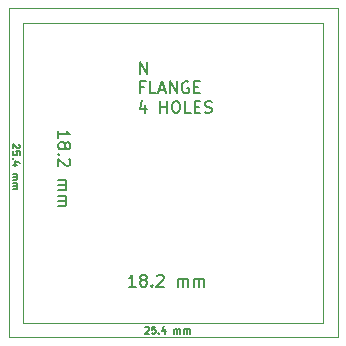
<source format=gbr>
G04 #@! TF.GenerationSoftware,KiCad,Pcbnew,5.1.5+dfsg1-2build2*
G04 #@! TF.CreationDate,2022-03-05T21:40:51-05:00*
G04 #@! TF.ProjectId,N_FLANGE_4_HOLES,4e5f464c-414e-4474-955f-345f484f4c45,rev?*
G04 #@! TF.SameCoordinates,Original*
G04 #@! TF.FileFunction,Legend,Top*
G04 #@! TF.FilePolarity,Positive*
%FSLAX46Y46*%
G04 Gerber Fmt 4.6, Leading zero omitted, Abs format (unit mm)*
G04 Created by KiCad (PCBNEW 5.1.5+dfsg1-2build2) date 2022-03-05 21:40:51*
%MOMM*%
%LPD*%
G04 APERTURE LIST*
%ADD10C,0.150000*%
%ADD11C,0.050000*%
%ADD12C,0.120000*%
G04 APERTURE END LIST*
D10*
X61138115Y-55576460D02*
X61138115Y-54576460D01*
X61709543Y-55576460D01*
X61709543Y-54576460D01*
X61471448Y-56702651D02*
X61138115Y-56702651D01*
X61138115Y-57226460D02*
X61138115Y-56226460D01*
X61614305Y-56226460D01*
X62471448Y-57226460D02*
X61995258Y-57226460D01*
X61995258Y-56226460D01*
X62757162Y-56940746D02*
X63233353Y-56940746D01*
X62661924Y-57226460D02*
X62995258Y-56226460D01*
X63328591Y-57226460D01*
X63661924Y-57226460D02*
X63661924Y-56226460D01*
X64233353Y-57226460D01*
X64233353Y-56226460D01*
X65233353Y-56274080D02*
X65138115Y-56226460D01*
X64995258Y-56226460D01*
X64852400Y-56274080D01*
X64757162Y-56369318D01*
X64709543Y-56464556D01*
X64661924Y-56655032D01*
X64661924Y-56797889D01*
X64709543Y-56988365D01*
X64757162Y-57083603D01*
X64852400Y-57178841D01*
X64995258Y-57226460D01*
X65090496Y-57226460D01*
X65233353Y-57178841D01*
X65280972Y-57131222D01*
X65280972Y-56797889D01*
X65090496Y-56797889D01*
X65709543Y-56702651D02*
X66042877Y-56702651D01*
X66185734Y-57226460D02*
X65709543Y-57226460D01*
X65709543Y-56226460D01*
X66185734Y-56226460D01*
X61566686Y-58209794D02*
X61566686Y-58876460D01*
X61328591Y-57828841D02*
X61090496Y-58543127D01*
X61709543Y-58543127D01*
X62852400Y-58876460D02*
X62852400Y-57876460D01*
X62852400Y-58352651D02*
X63423829Y-58352651D01*
X63423829Y-58876460D02*
X63423829Y-57876460D01*
X64090496Y-57876460D02*
X64280972Y-57876460D01*
X64376210Y-57924080D01*
X64471448Y-58019318D01*
X64519067Y-58209794D01*
X64519067Y-58543127D01*
X64471448Y-58733603D01*
X64376210Y-58828841D01*
X64280972Y-58876460D01*
X64090496Y-58876460D01*
X63995258Y-58828841D01*
X63900020Y-58733603D01*
X63852400Y-58543127D01*
X63852400Y-58209794D01*
X63900020Y-58019318D01*
X63995258Y-57924080D01*
X64090496Y-57876460D01*
X65423829Y-58876460D02*
X64947639Y-58876460D01*
X64947639Y-57876460D01*
X65757162Y-58352651D02*
X66090496Y-58352651D01*
X66233353Y-58876460D02*
X65757162Y-58876460D01*
X65757162Y-57876460D01*
X66233353Y-57876460D01*
X66614305Y-58828841D02*
X66757162Y-58876460D01*
X66995258Y-58876460D01*
X67090496Y-58828841D01*
X67138115Y-58781222D01*
X67185734Y-58685984D01*
X67185734Y-58590746D01*
X67138115Y-58495508D01*
X67090496Y-58447889D01*
X66995258Y-58400270D01*
X66804781Y-58352651D01*
X66709543Y-58305032D01*
X66661924Y-58257413D01*
X66614305Y-58162175D01*
X66614305Y-58066937D01*
X66661924Y-57971699D01*
X66709543Y-57924080D01*
X66804781Y-57876460D01*
X67042877Y-57876460D01*
X67185734Y-57924080D01*
X50888548Y-61555234D02*
X50917120Y-61583805D01*
X50945691Y-61640948D01*
X50945691Y-61783805D01*
X50917120Y-61840948D01*
X50888548Y-61869520D01*
X50831405Y-61898091D01*
X50774262Y-61898091D01*
X50688548Y-61869520D01*
X50345691Y-61526662D01*
X50345691Y-61898091D01*
X50945691Y-62440948D02*
X50945691Y-62155234D01*
X50659977Y-62126662D01*
X50688548Y-62155234D01*
X50717120Y-62212377D01*
X50717120Y-62355234D01*
X50688548Y-62412377D01*
X50659977Y-62440948D01*
X50602834Y-62469520D01*
X50459977Y-62469520D01*
X50402834Y-62440948D01*
X50374262Y-62412377D01*
X50345691Y-62355234D01*
X50345691Y-62212377D01*
X50374262Y-62155234D01*
X50402834Y-62126662D01*
X50402834Y-62726662D02*
X50374262Y-62755234D01*
X50345691Y-62726662D01*
X50374262Y-62698091D01*
X50402834Y-62726662D01*
X50345691Y-62726662D01*
X50745691Y-63269520D02*
X50345691Y-63269520D01*
X50974262Y-63126662D02*
X50545691Y-62983805D01*
X50545691Y-63355234D01*
X50345691Y-64040948D02*
X50745691Y-64040948D01*
X50688548Y-64040948D02*
X50717120Y-64069520D01*
X50745691Y-64126662D01*
X50745691Y-64212377D01*
X50717120Y-64269520D01*
X50659977Y-64298091D01*
X50345691Y-64298091D01*
X50659977Y-64298091D02*
X50717120Y-64326662D01*
X50745691Y-64383805D01*
X50745691Y-64469520D01*
X50717120Y-64526662D01*
X50659977Y-64555234D01*
X50345691Y-64555234D01*
X50345691Y-64840948D02*
X50745691Y-64840948D01*
X50688548Y-64840948D02*
X50717120Y-64869520D01*
X50745691Y-64926662D01*
X50745691Y-65012377D01*
X50717120Y-65069520D01*
X50659977Y-65098091D01*
X50345691Y-65098091D01*
X50659977Y-65098091D02*
X50717120Y-65126662D01*
X50745691Y-65183805D01*
X50745691Y-65269520D01*
X50717120Y-65326662D01*
X50659977Y-65355234D01*
X50345691Y-65355234D01*
X61550154Y-77046171D02*
X61578725Y-77017600D01*
X61635868Y-76989028D01*
X61778725Y-76989028D01*
X61835868Y-77017600D01*
X61864440Y-77046171D01*
X61893011Y-77103314D01*
X61893011Y-77160457D01*
X61864440Y-77246171D01*
X61521582Y-77589028D01*
X61893011Y-77589028D01*
X62435868Y-76989028D02*
X62150154Y-76989028D01*
X62121582Y-77274742D01*
X62150154Y-77246171D01*
X62207297Y-77217600D01*
X62350154Y-77217600D01*
X62407297Y-77246171D01*
X62435868Y-77274742D01*
X62464440Y-77331885D01*
X62464440Y-77474742D01*
X62435868Y-77531885D01*
X62407297Y-77560457D01*
X62350154Y-77589028D01*
X62207297Y-77589028D01*
X62150154Y-77560457D01*
X62121582Y-77531885D01*
X62721582Y-77531885D02*
X62750154Y-77560457D01*
X62721582Y-77589028D01*
X62693011Y-77560457D01*
X62721582Y-77531885D01*
X62721582Y-77589028D01*
X63264440Y-77189028D02*
X63264440Y-77589028D01*
X63121582Y-76960457D02*
X62978725Y-77389028D01*
X63350154Y-77389028D01*
X64035868Y-77589028D02*
X64035868Y-77189028D01*
X64035868Y-77246171D02*
X64064440Y-77217600D01*
X64121582Y-77189028D01*
X64207297Y-77189028D01*
X64264440Y-77217600D01*
X64293011Y-77274742D01*
X64293011Y-77589028D01*
X64293011Y-77274742D02*
X64321582Y-77217600D01*
X64378725Y-77189028D01*
X64464440Y-77189028D01*
X64521582Y-77217600D01*
X64550154Y-77274742D01*
X64550154Y-77589028D01*
X64835868Y-77589028D02*
X64835868Y-77189028D01*
X64835868Y-77246171D02*
X64864440Y-77217600D01*
X64921582Y-77189028D01*
X65007297Y-77189028D01*
X65064440Y-77217600D01*
X65093011Y-77274742D01*
X65093011Y-77589028D01*
X65093011Y-77274742D02*
X65121582Y-77217600D01*
X65178725Y-77189028D01*
X65264440Y-77189028D01*
X65321582Y-77217600D01*
X65350154Y-77274742D01*
X65350154Y-77589028D01*
X54213499Y-61002872D02*
X54213499Y-60431443D01*
X54213499Y-60717158D02*
X55213499Y-60717158D01*
X55070641Y-60621920D01*
X54975403Y-60526681D01*
X54927784Y-60431443D01*
X54784927Y-61574300D02*
X54832546Y-61479062D01*
X54880165Y-61431443D01*
X54975403Y-61383824D01*
X55023022Y-61383824D01*
X55118260Y-61431443D01*
X55165880Y-61479062D01*
X55213499Y-61574300D01*
X55213499Y-61764777D01*
X55165880Y-61860015D01*
X55118260Y-61907634D01*
X55023022Y-61955253D01*
X54975403Y-61955253D01*
X54880165Y-61907634D01*
X54832546Y-61860015D01*
X54784927Y-61764777D01*
X54784927Y-61574300D01*
X54737308Y-61479062D01*
X54689689Y-61431443D01*
X54594451Y-61383824D01*
X54403975Y-61383824D01*
X54308737Y-61431443D01*
X54261118Y-61479062D01*
X54213499Y-61574300D01*
X54213499Y-61764777D01*
X54261118Y-61860015D01*
X54308737Y-61907634D01*
X54403975Y-61955253D01*
X54594451Y-61955253D01*
X54689689Y-61907634D01*
X54737308Y-61860015D01*
X54784927Y-61764777D01*
X54308737Y-62383824D02*
X54261118Y-62431443D01*
X54213499Y-62383824D01*
X54261118Y-62336205D01*
X54308737Y-62383824D01*
X54213499Y-62383824D01*
X55118260Y-62812396D02*
X55165880Y-62860015D01*
X55213499Y-62955253D01*
X55213499Y-63193348D01*
X55165880Y-63288586D01*
X55118260Y-63336205D01*
X55023022Y-63383824D01*
X54927784Y-63383824D01*
X54784927Y-63336205D01*
X54213499Y-62764777D01*
X54213499Y-63383824D01*
X54213499Y-64574300D02*
X54880165Y-64574300D01*
X54784927Y-64574300D02*
X54832546Y-64621920D01*
X54880165Y-64717158D01*
X54880165Y-64860015D01*
X54832546Y-64955253D01*
X54737308Y-65002872D01*
X54213499Y-65002872D01*
X54737308Y-65002872D02*
X54832546Y-65050491D01*
X54880165Y-65145729D01*
X54880165Y-65288586D01*
X54832546Y-65383824D01*
X54737308Y-65431443D01*
X54213499Y-65431443D01*
X54213499Y-65907634D02*
X54880165Y-65907634D01*
X54784927Y-65907634D02*
X54832546Y-65955253D01*
X54880165Y-66050491D01*
X54880165Y-66193348D01*
X54832546Y-66288586D01*
X54737308Y-66336205D01*
X54213499Y-66336205D01*
X54737308Y-66336205D02*
X54832546Y-66383824D01*
X54880165Y-66479062D01*
X54880165Y-66621920D01*
X54832546Y-66717158D01*
X54737308Y-66764777D01*
X54213499Y-66764777D01*
X60759032Y-73594220D02*
X60187603Y-73594220D01*
X60473318Y-73594220D02*
X60473318Y-72594220D01*
X60378080Y-72737078D01*
X60282841Y-72832316D01*
X60187603Y-72879935D01*
X61330460Y-73022792D02*
X61235222Y-72975173D01*
X61187603Y-72927554D01*
X61139984Y-72832316D01*
X61139984Y-72784697D01*
X61187603Y-72689459D01*
X61235222Y-72641840D01*
X61330460Y-72594220D01*
X61520937Y-72594220D01*
X61616175Y-72641840D01*
X61663794Y-72689459D01*
X61711413Y-72784697D01*
X61711413Y-72832316D01*
X61663794Y-72927554D01*
X61616175Y-72975173D01*
X61520937Y-73022792D01*
X61330460Y-73022792D01*
X61235222Y-73070411D01*
X61187603Y-73118030D01*
X61139984Y-73213268D01*
X61139984Y-73403744D01*
X61187603Y-73498982D01*
X61235222Y-73546601D01*
X61330460Y-73594220D01*
X61520937Y-73594220D01*
X61616175Y-73546601D01*
X61663794Y-73498982D01*
X61711413Y-73403744D01*
X61711413Y-73213268D01*
X61663794Y-73118030D01*
X61616175Y-73070411D01*
X61520937Y-73022792D01*
X62139984Y-73498982D02*
X62187603Y-73546601D01*
X62139984Y-73594220D01*
X62092365Y-73546601D01*
X62139984Y-73498982D01*
X62139984Y-73594220D01*
X62568556Y-72689459D02*
X62616175Y-72641840D01*
X62711413Y-72594220D01*
X62949508Y-72594220D01*
X63044746Y-72641840D01*
X63092365Y-72689459D01*
X63139984Y-72784697D01*
X63139984Y-72879935D01*
X63092365Y-73022792D01*
X62520937Y-73594220D01*
X63139984Y-73594220D01*
X64330460Y-73594220D02*
X64330460Y-72927554D01*
X64330460Y-73022792D02*
X64378080Y-72975173D01*
X64473318Y-72927554D01*
X64616175Y-72927554D01*
X64711413Y-72975173D01*
X64759032Y-73070411D01*
X64759032Y-73594220D01*
X64759032Y-73070411D02*
X64806651Y-72975173D01*
X64901889Y-72927554D01*
X65044746Y-72927554D01*
X65139984Y-72975173D01*
X65187603Y-73070411D01*
X65187603Y-73594220D01*
X65663794Y-73594220D02*
X65663794Y-72927554D01*
X65663794Y-73022792D02*
X65711413Y-72975173D01*
X65806651Y-72927554D01*
X65949508Y-72927554D01*
X66044746Y-72975173D01*
X66092365Y-73070411D01*
X66092365Y-73594220D01*
X66092365Y-73070411D02*
X66139984Y-72975173D01*
X66235222Y-72927554D01*
X66378080Y-72927554D01*
X66473318Y-72975173D01*
X66520937Y-73070411D01*
X66520937Y-73594220D01*
D11*
X50000000Y-77900000D02*
X77900000Y-77900000D01*
X77900000Y-50000000D02*
X77900000Y-77900000D01*
D12*
X51250000Y-76650000D02*
X76650000Y-76650000D01*
X76650000Y-51250000D02*
X76650000Y-76650000D01*
X51250000Y-51250000D02*
X76650000Y-51250000D01*
X51250000Y-51250000D02*
X51250000Y-76650000D01*
D11*
X50000000Y-50000000D02*
X77900000Y-50000000D01*
X50000000Y-50000000D02*
X50000000Y-77900000D01*
M02*

</source>
